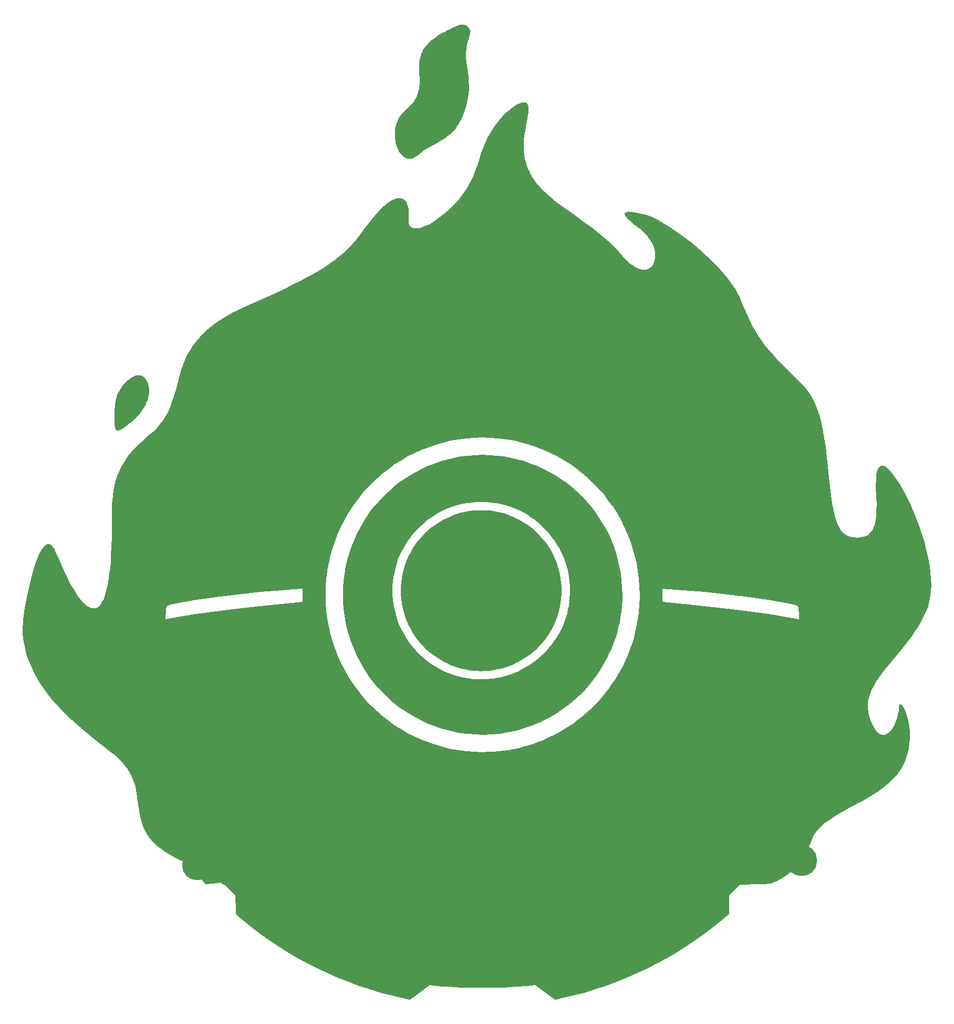
<source format=gbr>
%TF.GenerationSoftware,KiCad,Pcbnew,9.0.3*%
%TF.CreationDate,2026-01-04T11:16:32-06:00*%
%TF.ProjectId,CC14_Outer,43433134-5f4f-4757-9465-722e6b696361,v1*%
%TF.SameCoordinates,Original*%
%TF.FileFunction,Copper,L1,Top*%
%TF.FilePolarity,Positive*%
%FSLAX46Y46*%
G04 Gerber Fmt 4.6, Leading zero omitted, Abs format (unit mm)*
G04 Created by KiCad (PCBNEW 9.0.3) date 2026-01-04 11:16:32*
%MOMM*%
%LPD*%
G01*
G04 APERTURE LIST*
%TA.AperFunction,NonConductor*%
%ADD10C,0.000000*%
%TD*%
%TA.AperFunction,ComponentPad*%
%ADD11C,5.000000*%
%TD*%
%TA.AperFunction,ComponentPad*%
%ADD12O,1.727200X1.727200*%
%TD*%
%TA.AperFunction,ComponentPad*%
%ADD13R,1.727200X1.727200*%
%TD*%
%TA.AperFunction,ComponentPad*%
%ADD14C,1.727200*%
%TD*%
G04 APERTURE END LIST*
D10*
%TA.AperFunction,NonConductor*%
G36*
X96625872Y-102772769D02*
G01*
X97283735Y-102822794D01*
X97932033Y-102905174D01*
X98569952Y-103019096D01*
X99196679Y-103163744D01*
X99811399Y-103338307D01*
X100413299Y-103541968D01*
X101001565Y-103773915D01*
X101575382Y-104033334D01*
X102133937Y-104319409D01*
X102676416Y-104631329D01*
X103202004Y-104968278D01*
X103709889Y-105329443D01*
X104199255Y-105714009D01*
X104669290Y-106121164D01*
X105119178Y-106550092D01*
X105548106Y-106999980D01*
X105955261Y-107470014D01*
X106339828Y-107959380D01*
X106700993Y-108467263D01*
X107037942Y-108992851D01*
X107349862Y-109535329D01*
X107635938Y-110093883D01*
X107895357Y-110667700D01*
X108127304Y-111255965D01*
X108330965Y-111857863D01*
X108505528Y-112472583D01*
X108650176Y-113099308D01*
X108764098Y-113737226D01*
X108846478Y-114385523D01*
X108896503Y-115043384D01*
X108913359Y-115709996D01*
X108896503Y-116376607D01*
X108846478Y-117034468D01*
X108764098Y-117682765D01*
X108650176Y-118320683D01*
X108505528Y-118947409D01*
X108330965Y-119562128D01*
X108127304Y-120164027D01*
X107895357Y-120752291D01*
X107635938Y-121326108D01*
X107349862Y-121884662D01*
X107037942Y-122427140D01*
X106700993Y-122952728D01*
X106339828Y-123460612D01*
X105955261Y-123949977D01*
X105548106Y-124420011D01*
X105119178Y-124869899D01*
X104669290Y-125298827D01*
X104199255Y-125705982D01*
X103709889Y-126090548D01*
X103202004Y-126451713D01*
X102676416Y-126788662D01*
X102133937Y-127100582D01*
X101575382Y-127386658D01*
X101001565Y-127646076D01*
X100413299Y-127878023D01*
X99811399Y-128081685D01*
X99196679Y-128256247D01*
X98569952Y-128400895D01*
X97932033Y-128514817D01*
X97283735Y-128597197D01*
X96625872Y-128647222D01*
X95959259Y-128664078D01*
X95292646Y-128647222D01*
X94634783Y-128597197D01*
X93986485Y-128514817D01*
X93348566Y-128400895D01*
X92721840Y-128256247D01*
X92107119Y-128081685D01*
X91505220Y-127878023D01*
X90916955Y-127646076D01*
X90343138Y-127386658D01*
X89784583Y-127100582D01*
X89242105Y-126788662D01*
X88716516Y-126451713D01*
X88208632Y-126090548D01*
X87719266Y-125705982D01*
X87249232Y-125298827D01*
X86799344Y-124869899D01*
X86370416Y-124420011D01*
X85963262Y-123949977D01*
X85578695Y-123460612D01*
X85217531Y-122952728D01*
X84880582Y-122427140D01*
X84568662Y-121884662D01*
X84282587Y-121326108D01*
X84023169Y-120752291D01*
X83791222Y-120164027D01*
X83587561Y-119562128D01*
X83412999Y-118947409D01*
X83268350Y-118320683D01*
X83154429Y-117682765D01*
X83072049Y-117034468D01*
X83022024Y-116376607D01*
X83005168Y-115709996D01*
X83022024Y-115043384D01*
X83072049Y-114385523D01*
X83154429Y-113737226D01*
X83268350Y-113099308D01*
X83412999Y-112472583D01*
X83587561Y-111857863D01*
X83791222Y-111255965D01*
X84023169Y-110667700D01*
X84282587Y-110093883D01*
X84568662Y-109535329D01*
X84880582Y-108992851D01*
X85217531Y-108467263D01*
X85578695Y-107959380D01*
X85963262Y-107470014D01*
X86370416Y-106999980D01*
X86799344Y-106550092D01*
X87249232Y-106121164D01*
X87719266Y-105714009D01*
X88208632Y-105329443D01*
X88716516Y-104968278D01*
X89242105Y-104631329D01*
X89784583Y-104319409D01*
X90343138Y-104033334D01*
X90916955Y-103773915D01*
X91505220Y-103541968D01*
X92107119Y-103338307D01*
X92721840Y-103163744D01*
X93348566Y-103019096D01*
X93986485Y-102905174D01*
X94634783Y-102822794D01*
X95292646Y-102772769D01*
X95959259Y-102755913D01*
X96625872Y-102772769D01*
G37*
%TD.AperFunction*%
%TA.AperFunction,NonConductor*%
G36*
X40850000Y-81020000D02*
G01*
X40945383Y-81029790D01*
X41039131Y-81046086D01*
X41131110Y-81069022D01*
X41221187Y-81098730D01*
X41265470Y-81116165D01*
X41309226Y-81135342D01*
X41352440Y-81156279D01*
X41395094Y-81178992D01*
X41437172Y-81203497D01*
X41478657Y-81229811D01*
X41519532Y-81257951D01*
X41559780Y-81287933D01*
X41599384Y-81319773D01*
X41638329Y-81353489D01*
X41676596Y-81389096D01*
X41714169Y-81426612D01*
X41751032Y-81466053D01*
X41787168Y-81507435D01*
X41822559Y-81550775D01*
X41857189Y-81596090D01*
X41891042Y-81643396D01*
X41924100Y-81692710D01*
X41987765Y-81797427D01*
X42048052Y-81910373D01*
X42156119Y-82146067D01*
X42246320Y-82384558D01*
X42318966Y-82625596D01*
X42374371Y-82868930D01*
X42412848Y-83114310D01*
X42434709Y-83361484D01*
X42440268Y-83610201D01*
X42429838Y-83860211D01*
X42403732Y-84111263D01*
X42362262Y-84363106D01*
X42305742Y-84615490D01*
X42234485Y-84868163D01*
X42148804Y-85120875D01*
X42049011Y-85373375D01*
X41935420Y-85625412D01*
X41808344Y-85876736D01*
X41668095Y-86127095D01*
X41514987Y-86376238D01*
X41349333Y-86623916D01*
X41171445Y-86869876D01*
X40981638Y-87113869D01*
X40780222Y-87355644D01*
X40343822Y-87831533D01*
X39864749Y-88295539D01*
X39345506Y-88745655D01*
X38788597Y-89179874D01*
X38196527Y-89596190D01*
X37918320Y-89762356D01*
X37793591Y-89821201D01*
X37678043Y-89864246D01*
X37571375Y-89891762D01*
X37473285Y-89904020D01*
X37383473Y-89901291D01*
X37301637Y-89883844D01*
X37227477Y-89851951D01*
X37160690Y-89805881D01*
X37100976Y-89745904D01*
X37048034Y-89672293D01*
X37001562Y-89585315D01*
X36961259Y-89485243D01*
X36897956Y-89246896D01*
X36855715Y-88959415D01*
X36832126Y-88624961D01*
X36824781Y-88245700D01*
X36831268Y-87823794D01*
X36876104Y-86860699D01*
X36947357Y-85752983D01*
X36967574Y-85532770D01*
X36998663Y-85312746D01*
X37040172Y-85093357D01*
X37091652Y-84875051D01*
X37152653Y-84658275D01*
X37222724Y-84443476D01*
X37301414Y-84231100D01*
X37388275Y-84021594D01*
X37482855Y-83815406D01*
X37584704Y-83612983D01*
X37693371Y-83414770D01*
X37808408Y-83221216D01*
X37929362Y-83032766D01*
X38055785Y-82849869D01*
X38187225Y-82672970D01*
X38323233Y-82502517D01*
X38463358Y-82338957D01*
X38607150Y-82182737D01*
X38754159Y-82034303D01*
X38903934Y-81894102D01*
X39056026Y-81762582D01*
X39209983Y-81640190D01*
X39365355Y-81527371D01*
X39521694Y-81424574D01*
X39678547Y-81332244D01*
X39835465Y-81250830D01*
X39991997Y-81180778D01*
X40147694Y-81122534D01*
X40302104Y-81076546D01*
X40454779Y-81043261D01*
X40605266Y-81023125D01*
X40753117Y-81016586D01*
X40850000Y-81020000D01*
G37*
%TD.AperFunction*%
%TA.AperFunction,NonConductor*%
G36*
X102891992Y-37089659D02*
G01*
X102926717Y-37092451D01*
X102960651Y-37096381D01*
X102993784Y-37101454D01*
X103026104Y-37107670D01*
X103057601Y-37115033D01*
X103088262Y-37123544D01*
X103118077Y-37133207D01*
X103147035Y-37144024D01*
X103175124Y-37155996D01*
X103202334Y-37169128D01*
X103228653Y-37183420D01*
X103254070Y-37198876D01*
X103278574Y-37215497D01*
X103302154Y-37233287D01*
X103324798Y-37252248D01*
X103346496Y-37272382D01*
X103367236Y-37293691D01*
X103387008Y-37316178D01*
X103405799Y-37339846D01*
X103423599Y-37364696D01*
X103440397Y-37390731D01*
X103456181Y-37417955D01*
X103470941Y-37446368D01*
X103484665Y-37475974D01*
X103497342Y-37506774D01*
X103508961Y-37538772D01*
X103519511Y-37571970D01*
X103528980Y-37606370D01*
X103537358Y-37641974D01*
X103544633Y-37678786D01*
X103583020Y-38106208D01*
X103563116Y-38588003D01*
X103497453Y-39120682D01*
X103398566Y-39700752D01*
X103151247Y-40989099D01*
X103027881Y-41690393D01*
X102921421Y-42425111D01*
X102844400Y-43189763D01*
X102809351Y-43980856D01*
X102828806Y-44794900D01*
X102915298Y-45628402D01*
X102987600Y-46051358D01*
X103081361Y-46477870D01*
X103198147Y-46907501D01*
X103339526Y-47339814D01*
X103507064Y-47774373D01*
X103702327Y-48210742D01*
X103926882Y-48648483D01*
X104182296Y-49087161D01*
X104465263Y-49519581D01*
X104770639Y-49939547D01*
X105444065Y-50746174D01*
X106193468Y-51515148D01*
X107009745Y-52254573D01*
X107883790Y-52972555D01*
X108806498Y-53677200D01*
X110761488Y-55078897D01*
X112801877Y-56524506D01*
X113831335Y-57284041D01*
X114854828Y-58078870D01*
X115863252Y-58917098D01*
X116847503Y-59806831D01*
X117798475Y-60756173D01*
X118707065Y-61773230D01*
X119143951Y-62265544D01*
X119569529Y-62690682D01*
X119982677Y-63051310D01*
X120382271Y-63350094D01*
X120767188Y-63589700D01*
X121136304Y-63772794D01*
X121488496Y-63902041D01*
X121822641Y-63980108D01*
X122137615Y-64009660D01*
X122432295Y-63993364D01*
X122705559Y-63933884D01*
X122956281Y-63833888D01*
X123183340Y-63696041D01*
X123385612Y-63523008D01*
X123561973Y-63317456D01*
X123711300Y-63082050D01*
X123832470Y-62819457D01*
X123924360Y-62532342D01*
X123985846Y-62223372D01*
X124015805Y-61895211D01*
X124013114Y-61550526D01*
X123976648Y-61191982D01*
X123905286Y-60822247D01*
X123797904Y-60443985D01*
X123653377Y-60059862D01*
X123470584Y-59672544D01*
X123248401Y-59284698D01*
X122985703Y-58898988D01*
X122681369Y-58518082D01*
X122334275Y-58144644D01*
X121943297Y-57781341D01*
X121507312Y-57430838D01*
X120687386Y-56797040D01*
X120053202Y-56263512D01*
X119801145Y-56032011D01*
X119589982Y-55822772D01*
X119417865Y-55634859D01*
X119282949Y-55467336D01*
X119183385Y-55319270D01*
X119117326Y-55189723D01*
X119082926Y-55077762D01*
X119078336Y-54982449D01*
X119101711Y-54902852D01*
X119151202Y-54838032D01*
X119224964Y-54787057D01*
X119321148Y-54748989D01*
X119437907Y-54722894D01*
X119573394Y-54707836D01*
X119893166Y-54707092D01*
X120265685Y-54739273D01*
X120676174Y-54796897D01*
X121551955Y-54958541D01*
X122402292Y-55132163D01*
X122895721Y-55284268D01*
X123562172Y-55574932D01*
X124378105Y-55995050D01*
X125319977Y-56535520D01*
X126364244Y-57187236D01*
X127487364Y-57941096D01*
X128665795Y-58787995D01*
X129875994Y-59718830D01*
X131094418Y-60724497D01*
X132297526Y-61795892D01*
X133461773Y-62923913D01*
X134563619Y-64099453D01*
X135579519Y-65313411D01*
X136047882Y-65931952D01*
X136485931Y-66556683D01*
X136890723Y-67186466D01*
X137259314Y-67820164D01*
X137588762Y-68456638D01*
X137876124Y-69094750D01*
X138387308Y-70301841D01*
X138866113Y-71380356D01*
X139322545Y-72347381D01*
X139766613Y-73220001D01*
X140208320Y-74015301D01*
X140657675Y-74750366D01*
X141124684Y-75442281D01*
X141619353Y-76108133D01*
X142151689Y-76765005D01*
X142731698Y-77429984D01*
X143369387Y-78120154D01*
X144074762Y-78852601D01*
X147773255Y-82546860D01*
X148312571Y-83145889D01*
X148799286Y-83806196D01*
X149236717Y-84522724D01*
X149628178Y-85290415D01*
X149976985Y-86104212D01*
X150286454Y-86959060D01*
X150559900Y-87849900D01*
X150800638Y-88771676D01*
X151197256Y-90687808D01*
X151502831Y-92667000D01*
X151946949Y-96652741D01*
X152345188Y-100405255D01*
X152593413Y-102092912D01*
X152909740Y-103600896D01*
X153101732Y-104274868D01*
X153320695Y-104888751D01*
X153569947Y-105437487D01*
X153852801Y-105916021D01*
X154172575Y-106319294D01*
X154532583Y-106642250D01*
X154936142Y-106879832D01*
X155386565Y-107026983D01*
X156007466Y-107130563D01*
X156566636Y-107168156D01*
X157067197Y-107143422D01*
X157512272Y-107060020D01*
X157904979Y-106921609D01*
X158248441Y-106731849D01*
X158545779Y-106494399D01*
X158800114Y-106212919D01*
X159014567Y-105891067D01*
X159192260Y-105532503D01*
X159336312Y-105140887D01*
X159449847Y-104719877D01*
X159535984Y-104273133D01*
X159597844Y-103804314D01*
X159661222Y-102815090D01*
X159664948Y-101781479D01*
X159633992Y-100732755D01*
X159567911Y-98707067D01*
X159582725Y-97788653D01*
X159662732Y-96972223D01*
X159734987Y-96611402D01*
X159832903Y-96287054D01*
X159959603Y-96002840D01*
X160118207Y-95762420D01*
X160314646Y-95603292D01*
X160550324Y-95556816D01*
X160821580Y-95617441D01*
X161124749Y-95779617D01*
X161456168Y-96037793D01*
X161812172Y-96386420D01*
X162583285Y-97332825D01*
X163408777Y-98574430D01*
X164259341Y-100066835D01*
X165105666Y-101765638D01*
X165918444Y-103626437D01*
X166668365Y-105604831D01*
X167326121Y-107656420D01*
X167862402Y-109736802D01*
X168247899Y-111801575D01*
X168453302Y-113806339D01*
X168479310Y-114772342D01*
X168449303Y-115706692D01*
X168359618Y-116603840D01*
X168206592Y-117458234D01*
X167986561Y-118264324D01*
X167695861Y-119016562D01*
X167356823Y-119728884D01*
X166995878Y-120419588D01*
X166615567Y-121089710D01*
X166218432Y-121740289D01*
X165807014Y-122372363D01*
X165383854Y-122986969D01*
X164512474Y-124167933D01*
X163624622Y-125291484D01*
X162740629Y-126365928D01*
X161065539Y-128400708D01*
X160315103Y-129377654D01*
X159649846Y-130338709D01*
X159355513Y-130815873D01*
X159090098Y-131292178D01*
X158856144Y-131768663D01*
X158656191Y-132246365D01*
X158492780Y-132726323D01*
X158368454Y-133209574D01*
X158285752Y-133697157D01*
X158247217Y-134190110D01*
X158255389Y-134689471D01*
X158312810Y-135196277D01*
X158422021Y-135711567D01*
X158585564Y-136236380D01*
X158778544Y-136736744D01*
X158973972Y-137179499D01*
X159171301Y-137566844D01*
X159369987Y-137900981D01*
X159569484Y-138184110D01*
X159769246Y-138418430D01*
X159968728Y-138606144D01*
X160167383Y-138749450D01*
X160364667Y-138850550D01*
X160560033Y-138911644D01*
X160752936Y-138934932D01*
X160942829Y-138922615D01*
X161129168Y-138876893D01*
X161311407Y-138799967D01*
X161489000Y-138694037D01*
X161661401Y-138561304D01*
X161828065Y-138403968D01*
X161988446Y-138224229D01*
X162141998Y-138024288D01*
X162288175Y-137806345D01*
X162556225Y-137325257D01*
X162788228Y-136798568D01*
X162979821Y-136243881D01*
X163126637Y-135678800D01*
X163224311Y-135120928D01*
X163268477Y-134587870D01*
X163286845Y-134360316D01*
X163324640Y-134190940D01*
X163379835Y-134077429D01*
X163450405Y-134017472D01*
X163534321Y-134008759D01*
X163629556Y-134048977D01*
X163734085Y-134135816D01*
X163845881Y-134266964D01*
X164083162Y-134652946D01*
X164325186Y-135188431D01*
X164555739Y-135854931D01*
X164758604Y-136633956D01*
X164917568Y-137507016D01*
X165016416Y-138455623D01*
X165038933Y-139461287D01*
X164968905Y-140505518D01*
X164894119Y-141036319D01*
X164790116Y-141569827D01*
X164654869Y-142103733D01*
X164486352Y-142635725D01*
X164282537Y-143163491D01*
X164041398Y-143684721D01*
X163760908Y-144197104D01*
X163439039Y-144698327D01*
X163079802Y-145182362D01*
X162690165Y-145645594D01*
X162272594Y-146089278D01*
X161829554Y-146514669D01*
X161363514Y-146923024D01*
X160876938Y-147315598D01*
X159852048Y-148058427D01*
X158774613Y-148753201D01*
X157664364Y-149409966D01*
X155424350Y-150649653D01*
X154334045Y-151252666D01*
X153289850Y-151857854D01*
X152311494Y-152475262D01*
X151418709Y-153114935D01*
X151010571Y-153446260D01*
X150631225Y-153786920D01*
X150283137Y-154138168D01*
X149968774Y-154501262D01*
X149690601Y-154877456D01*
X149451085Y-155268007D01*
X149252692Y-155674169D01*
X149097889Y-156097200D01*
X148957700Y-156523224D01*
X148802020Y-156937418D01*
X148631625Y-157339609D01*
X148447293Y-157729625D01*
X148249799Y-158107295D01*
X148039922Y-158472446D01*
X147818437Y-158824907D01*
X147586122Y-159164505D01*
X147343753Y-159491068D01*
X147092107Y-159804424D01*
X146831960Y-160104401D01*
X146564090Y-160390827D01*
X146289274Y-160663530D01*
X146008287Y-160922338D01*
X145721907Y-161167079D01*
X145430910Y-161397580D01*
X144838175Y-161815177D01*
X144236296Y-162173752D01*
X143631485Y-162471928D01*
X143329923Y-162597937D01*
X143029959Y-162708330D01*
X142732369Y-162802935D01*
X142437930Y-162881581D01*
X142147419Y-162944094D01*
X141861613Y-162990303D01*
X141581289Y-163020036D01*
X141307223Y-163033121D01*
X141040191Y-163029386D01*
X140780972Y-163008659D01*
X141574335Y-162097026D01*
X141587341Y-162081893D01*
X141599925Y-162066926D01*
X141624154Y-162037359D01*
X141671197Y-161978772D01*
X141671088Y-161978759D01*
X141670978Y-161978751D01*
X141670867Y-161978749D01*
X141670755Y-161978750D01*
X141670529Y-161978762D01*
X141670302Y-161978779D01*
X141670076Y-161978795D01*
X141669963Y-161978801D01*
X141669850Y-161978804D01*
X141669738Y-161978804D01*
X141669627Y-161978799D01*
X141669517Y-161978789D01*
X141669408Y-161978772D01*
X140780972Y-163008659D01*
X139814946Y-163024748D01*
X138810513Y-163053335D01*
X137639003Y-163103153D01*
X136780471Y-163941757D01*
X136347832Y-164357860D01*
X135929269Y-164752277D01*
X135918396Y-165722254D01*
X135897771Y-166801346D01*
X135872819Y-167831829D01*
X135085984Y-168497410D01*
X133658090Y-169668131D01*
X132195252Y-170793346D01*
X130698907Y-171872348D01*
X129170490Y-172904430D01*
X127611440Y-173888887D01*
X126023192Y-174825010D01*
X124407184Y-175712094D01*
X122764852Y-176549433D01*
X121097634Y-177336318D01*
X119406965Y-178072043D01*
X117694283Y-178755903D01*
X115961024Y-179387190D01*
X114208626Y-179965197D01*
X112438524Y-180489218D01*
X110652157Y-180958547D01*
X108850960Y-181372476D01*
X107849588Y-181585820D01*
X107021165Y-180983814D01*
X104657731Y-179264569D01*
X103317929Y-179395334D01*
X101557389Y-179532954D01*
X100562792Y-179593174D01*
X99515150Y-179641715D01*
X98431844Y-179674113D01*
X97330254Y-179685905D01*
X97026116Y-179684948D01*
X96725988Y-179682066D01*
X96430856Y-179677244D01*
X96141701Y-179670463D01*
X95852497Y-179676999D01*
X95557487Y-179681849D01*
X95257591Y-179684867D01*
X94953728Y-179685905D01*
X93852092Y-179674113D01*
X92768765Y-179641715D01*
X91721122Y-179593174D01*
X90726537Y-179532954D01*
X89802386Y-179465519D01*
X88966042Y-179395334D01*
X87626277Y-179264569D01*
X85262237Y-180983814D01*
X84434411Y-181585820D01*
X83433049Y-181372476D01*
X81631852Y-180958547D01*
X79845488Y-180489218D01*
X78075392Y-179965197D01*
X76323002Y-179387190D01*
X74589753Y-178755903D01*
X72877080Y-178072043D01*
X71186420Y-177336318D01*
X69519210Y-176549433D01*
X67876884Y-175712094D01*
X66260879Y-174825010D01*
X64672631Y-173888887D01*
X63113576Y-172904430D01*
X61585150Y-171872348D01*
X60999934Y-171450358D01*
X89666866Y-171450358D01*
X89696532Y-171454295D01*
X89736677Y-171458927D01*
X89696558Y-171454149D01*
X89666866Y-171450358D01*
X60999934Y-171450358D01*
X60507323Y-171095144D01*
X87235468Y-171095144D01*
X87259718Y-171099749D01*
X87832864Y-171195886D01*
X88437995Y-171287276D01*
X88499754Y-171295472D01*
X88438065Y-171286953D01*
X87832937Y-171195620D01*
X87259778Y-171099602D01*
X87235468Y-171095144D01*
X60507323Y-171095144D01*
X60372881Y-170998200D01*
X86725749Y-170998200D01*
X86730475Y-170999243D01*
X86737085Y-171000498D01*
X86730510Y-170999208D01*
X86725749Y-170998200D01*
X60372881Y-170998200D01*
X60088789Y-170793346D01*
X58625929Y-169668131D01*
X57198007Y-168497410D01*
X56411181Y-167831829D01*
X56385623Y-166801346D01*
X56373911Y-166257249D01*
X56365174Y-165722254D01*
X56354721Y-164752277D01*
X55999860Y-164417804D01*
X55634785Y-164066416D01*
X54893988Y-163343836D01*
X54927864Y-163364630D01*
X54921912Y-163360638D01*
X54919095Y-163358712D01*
X54917788Y-163357792D01*
X54916572Y-163356909D01*
X54916392Y-163356796D01*
X54916216Y-163356677D01*
X54916047Y-163356551D01*
X54915882Y-163356419D01*
X54915565Y-163356139D01*
X54915263Y-163355840D01*
X54914973Y-163355526D01*
X54914693Y-163355200D01*
X54914152Y-163354531D01*
X54913615Y-163353862D01*
X54913342Y-163353536D01*
X54913062Y-163353222D01*
X54912772Y-163352923D01*
X54912470Y-163352643D01*
X54912313Y-163352511D01*
X54912152Y-163352385D01*
X54911987Y-163352266D01*
X54911817Y-163352153D01*
X54911601Y-163352057D01*
X54911385Y-163351971D01*
X54911169Y-163351894D01*
X54910953Y-163351824D01*
X54910517Y-163351699D01*
X54910077Y-163351583D01*
X54909632Y-163351464D01*
X54909179Y-163351329D01*
X54908949Y-163351252D01*
X54908717Y-163351165D01*
X54908483Y-163351069D01*
X54908246Y-163350960D01*
X54907993Y-163350739D01*
X54907749Y-163350512D01*
X54907514Y-163350279D01*
X54907286Y-163350043D01*
X54906846Y-163349565D01*
X54906422Y-163349087D01*
X54906003Y-163348621D01*
X54905792Y-163348395D01*
X54905579Y-163348177D01*
X54905363Y-163347966D01*
X54905143Y-163347766D01*
X54904917Y-163347576D01*
X54904684Y-163347398D01*
X54903524Y-163346781D01*
X54901938Y-163345866D01*
X54898068Y-163343537D01*
X54894238Y-163341209D01*
X54892701Y-163340294D01*
X54891611Y-163339677D01*
X54891394Y-163339575D01*
X54891177Y-163339480D01*
X54890959Y-163339393D01*
X54890740Y-163339313D01*
X54890518Y-163339241D01*
X54890293Y-163339178D01*
X54890179Y-163339151D01*
X54890064Y-163339125D01*
X54889947Y-163339101D01*
X54889830Y-163339080D01*
X54893988Y-163343836D01*
X54876023Y-163332535D01*
X54882696Y-163332535D01*
X54885671Y-163334922D01*
X54885684Y-163334819D01*
X54885687Y-163334707D01*
X54885675Y-163334587D01*
X54885645Y-163334460D01*
X54885594Y-163334326D01*
X54885519Y-163334185D01*
X54885416Y-163334038D01*
X54885283Y-163333886D01*
X54885114Y-163333729D01*
X54884908Y-163333568D01*
X54884662Y-163333402D01*
X54884370Y-163333234D01*
X54884032Y-163333062D01*
X54883642Y-163332888D01*
X54883198Y-163332712D01*
X54882696Y-163332535D01*
X54876023Y-163332535D01*
X54597738Y-163157487D01*
X54299703Y-162971809D01*
X54277484Y-162966910D01*
X54266452Y-162964093D01*
X54260900Y-162962475D01*
X54255303Y-162960673D01*
X54249645Y-162958652D01*
X54243910Y-162956380D01*
X54238082Y-162953822D01*
X54232146Y-162950945D01*
X54226085Y-162947715D01*
X54219885Y-162944099D01*
X54213528Y-162940063D01*
X54207000Y-162935573D01*
X54204994Y-162934051D01*
X54203067Y-162932431D01*
X54201208Y-162930724D01*
X54199406Y-162928946D01*
X54197652Y-162927110D01*
X54195934Y-162925230D01*
X54192567Y-162921392D01*
X54189221Y-162917545D01*
X54187529Y-162915651D01*
X54185812Y-162913796D01*
X54184059Y-162911994D01*
X54182259Y-162910258D01*
X54180401Y-162908603D01*
X54178476Y-162907041D01*
X54175292Y-162904670D01*
X54171981Y-162902502D01*
X54168558Y-162900509D01*
X54165040Y-162898666D01*
X54161444Y-162896946D01*
X54157786Y-162895322D01*
X54150349Y-162892255D01*
X54142863Y-162889253D01*
X54135458Y-162886103D01*
X54131827Y-162884406D01*
X54128266Y-162882592D01*
X54124792Y-162880635D01*
X54121420Y-162878508D01*
X54113774Y-162873258D01*
X54106279Y-162867772D01*
X54098933Y-162862069D01*
X54091735Y-162856168D01*
X54084681Y-162850089D01*
X54077771Y-162843850D01*
X54071002Y-162837472D01*
X54064373Y-162830972D01*
X54063886Y-162830459D01*
X54063358Y-162829857D01*
X54062197Y-162828423D01*
X54060927Y-162826757D01*
X54059586Y-162824942D01*
X54056844Y-162821207D01*
X54055518Y-162819457D01*
X54054274Y-162817899D01*
X53957402Y-162757289D01*
X53950401Y-162756195D01*
X53946917Y-162755585D01*
X53943456Y-162754914D01*
X53940031Y-162754168D01*
X53936650Y-162753334D01*
X53933324Y-162752396D01*
X53930063Y-162751341D01*
X53928893Y-162750894D01*
X53927741Y-162750417D01*
X53926604Y-162749915D01*
X53925481Y-162749392D01*
X53923265Y-162748299D01*
X53921077Y-162747173D01*
X53918897Y-162746047D01*
X53916708Y-162744955D01*
X53914493Y-162743930D01*
X53913371Y-162743453D01*
X53912235Y-162743006D01*
X53902733Y-162740637D01*
X53902627Y-162740632D01*
X53902527Y-162740617D01*
X53902430Y-162740593D01*
X53902338Y-162740559D01*
X53902250Y-162740518D01*
X53902165Y-162740469D01*
X53902083Y-162740413D01*
X53902005Y-162740350D01*
X53901929Y-162740282D01*
X53901856Y-162740208D01*
X53901716Y-162740045D01*
X53901583Y-162739866D01*
X53901455Y-162739676D01*
X53901205Y-162739280D01*
X53901079Y-162739082D01*
X53900950Y-162738890D01*
X53900815Y-162738708D01*
X53900672Y-162738541D01*
X53900597Y-162738464D01*
X53900519Y-162738393D01*
X53900439Y-162738327D01*
X53900355Y-162738268D01*
X53899280Y-162737777D01*
X53898193Y-162737314D01*
X53897096Y-162736871D01*
X53895987Y-162736441D01*
X53893736Y-162735590D01*
X53891441Y-162734706D01*
X52703477Y-162870787D01*
X51502439Y-163008659D01*
X50709077Y-162097026D01*
X50403997Y-161740480D01*
X50103889Y-161380434D01*
X49511005Y-160655314D01*
X49487237Y-160645224D01*
X49394980Y-160537122D01*
X49305468Y-160428732D01*
X49131820Y-160211419D01*
X48960569Y-159993945D01*
X48874054Y-159885353D01*
X48785991Y-159776969D01*
X48787175Y-159776969D01*
X48788866Y-159777814D01*
X48790567Y-159778640D01*
X48793990Y-159780261D01*
X48797423Y-159781872D01*
X48800845Y-159783514D01*
X48799880Y-159782507D01*
X48798936Y-159781494D01*
X48797983Y-159780505D01*
X48797492Y-159780029D01*
X48796987Y-159779570D01*
X48796462Y-159779132D01*
X48795916Y-159778719D01*
X48795342Y-159778334D01*
X48794737Y-159777982D01*
X48794422Y-159777819D01*
X48794098Y-159777665D01*
X48793764Y-159777521D01*
X48793420Y-159777388D01*
X48793065Y-159777266D01*
X48792699Y-159777155D01*
X48792321Y-159777056D01*
X48791931Y-159776969D01*
X48791822Y-159776936D01*
X48791713Y-159776896D01*
X48791603Y-159776852D01*
X48791493Y-159776804D01*
X48791050Y-159776598D01*
X48790938Y-159776549D01*
X48790827Y-159776504D01*
X48790714Y-159776463D01*
X48790602Y-159776428D01*
X48790489Y-159776401D01*
X48790376Y-159776381D01*
X48790320Y-159776375D01*
X48790263Y-159776371D01*
X48790206Y-159776370D01*
X48790150Y-159776372D01*
X48789961Y-159776389D01*
X48789773Y-159776414D01*
X48789586Y-159776446D01*
X48789400Y-159776483D01*
X48789029Y-159776568D01*
X48788659Y-159776664D01*
X48788290Y-159776760D01*
X48787920Y-159776848D01*
X48787735Y-159776887D01*
X48787549Y-159776921D01*
X48787362Y-159776948D01*
X48787175Y-159776969D01*
X48785991Y-159776969D01*
X48785918Y-159776964D01*
X48785844Y-159776964D01*
X48785769Y-159776968D01*
X48785693Y-159776974D01*
X48785388Y-159777008D01*
X48785311Y-159777016D01*
X48785235Y-159777021D01*
X48785160Y-159777024D01*
X48785085Y-159777023D01*
X48785011Y-159777018D01*
X48784939Y-159777007D01*
X48784867Y-159776991D01*
X48784832Y-159776981D01*
X48784798Y-159776969D01*
X48784750Y-159776930D01*
X48784706Y-159776889D01*
X48784666Y-159776846D01*
X48784630Y-159776800D01*
X48784596Y-159776754D01*
X48784566Y-159776705D01*
X48784538Y-159776654D01*
X48784513Y-159776603D01*
X48784470Y-159776495D01*
X48784435Y-159776382D01*
X48784407Y-159776266D01*
X48784384Y-159776146D01*
X48784313Y-159775653D01*
X48784292Y-159775531D01*
X48784268Y-159775410D01*
X48784238Y-159775293D01*
X48784201Y-159775179D01*
X47747553Y-159240589D01*
X47224185Y-158977475D01*
X46695316Y-158719146D01*
X45827854Y-158274099D01*
X45053885Y-157818750D01*
X44367561Y-157353570D01*
X43763032Y-156879032D01*
X43234451Y-156395609D01*
X42775969Y-155903772D01*
X42381736Y-155403993D01*
X42045905Y-154896745D01*
X41762625Y-154382501D01*
X41526050Y-153861731D01*
X41330329Y-153334908D01*
X41169615Y-152802506D01*
X40929810Y-151722847D01*
X40759845Y-150626532D01*
X40442276Y-148399044D01*
X40201093Y-147275426D01*
X40039431Y-146712801D01*
X39842590Y-146150261D01*
X39769345Y-145977214D01*
X40795310Y-145977214D01*
X40962294Y-146393557D01*
X41125008Y-146811502D01*
X41290907Y-147228151D01*
X41377381Y-147435083D01*
X41467445Y-147640605D01*
X41378952Y-147436735D01*
X41293641Y-147230756D01*
X41129266Y-146814626D01*
X40967730Y-146396528D01*
X40802444Y-145980777D01*
X40798874Y-145979002D01*
X40797085Y-145978114D01*
X40795310Y-145977214D01*
X39769345Y-145977214D01*
X39604723Y-145588279D01*
X39319979Y-145027328D01*
X38982511Y-144467878D01*
X38586470Y-143910403D01*
X38126006Y-143355374D01*
X37595272Y-142803264D01*
X36988418Y-142254545D01*
X36299596Y-141709689D01*
X33384264Y-139474816D01*
X31957169Y-138306406D01*
X30569830Y-137101244D01*
X29236780Y-135857253D01*
X27972553Y-134572355D01*
X26791680Y-133244474D01*
X25708694Y-131871533D01*
X24738127Y-130451454D01*
X24299542Y-129723088D01*
X24170249Y-129486570D01*
X72582705Y-129486570D01*
X72582796Y-129486796D01*
X72582881Y-129487021D01*
X72583032Y-129487469D01*
X72583167Y-129487915D01*
X72583294Y-129488359D01*
X72583421Y-129488804D01*
X72583557Y-129489249D01*
X72583631Y-129489473D01*
X72583711Y-129489697D01*
X72583796Y-129489923D01*
X72583889Y-129490149D01*
X72877729Y-129486570D01*
X72582705Y-129486570D01*
X24170249Y-129486570D01*
X23894513Y-128982159D01*
X23524854Y-128228408D01*
X23192383Y-127461573D01*
X22898916Y-126681397D01*
X22646270Y-125887618D01*
X22436262Y-125079978D01*
X22270708Y-124258216D01*
X22151424Y-123422074D01*
X22080227Y-122571291D01*
X22058934Y-121705608D01*
X22089362Y-120824765D01*
X22138894Y-120296045D01*
X45091947Y-120296045D01*
X49402772Y-119583713D01*
X54512087Y-118864941D01*
X57368440Y-118514777D01*
X60427132Y-118176966D01*
X63689067Y-117856163D01*
X67155151Y-117557022D01*
X67140679Y-116382718D01*
X70852160Y-116382718D01*
X70885116Y-117686054D01*
X70982925Y-118972278D01*
X71143995Y-120239800D01*
X71366734Y-121487029D01*
X71649550Y-122712372D01*
X71990854Y-123914239D01*
X72389051Y-125091039D01*
X72842553Y-126241180D01*
X73349766Y-127363072D01*
X73909099Y-128455122D01*
X74518962Y-129515739D01*
X75177762Y-130543333D01*
X75883908Y-131536312D01*
X76635808Y-132493085D01*
X77431871Y-133412060D01*
X78270506Y-134291646D01*
X79150121Y-135130253D01*
X80069125Y-135926288D01*
X81025925Y-136678160D01*
X82018931Y-137384279D01*
X83046552Y-138043053D01*
X84107195Y-138652890D01*
X85199269Y-139212200D01*
X86321183Y-139719391D01*
X87471345Y-140172872D01*
X88648164Y-140571051D01*
X89850048Y-140912338D01*
X91075405Y-141195141D01*
X92322646Y-141417869D01*
X93590176Y-141578930D01*
X94876407Y-141676734D01*
X96179745Y-141709689D01*
X97038020Y-141695419D01*
X97889139Y-141652909D01*
X98732649Y-141582611D01*
X99568099Y-141484977D01*
X100395039Y-141360458D01*
X101213016Y-141209507D01*
X102021581Y-141032574D01*
X102820281Y-140830112D01*
X103608665Y-140602573D01*
X104386283Y-140350407D01*
X105152683Y-140074066D01*
X105907413Y-139774004D01*
X106650023Y-139450669D01*
X107271291Y-139156091D01*
X152910791Y-139156091D01*
X153035370Y-138195153D01*
X153143103Y-137212571D01*
X153234741Y-136208086D01*
X153311032Y-135181439D01*
X153372727Y-134132372D01*
X153420577Y-133060625D01*
X153455330Y-131965938D01*
X153477737Y-130848053D01*
X153477140Y-130848053D01*
X153454417Y-131966653D01*
X153419316Y-133062041D01*
X153371158Y-134134380D01*
X153309266Y-135183835D01*
X153232962Y-136210569D01*
X153141567Y-137214747D01*
X153034402Y-138196533D01*
X152910791Y-139156091D01*
X107271291Y-139156091D01*
X107380062Y-139104516D01*
X108097078Y-138735995D01*
X108800620Y-138345558D01*
X109490237Y-137933657D01*
X110165477Y-137500743D01*
X110825890Y-137047268D01*
X111471024Y-136573684D01*
X112100428Y-136080443D01*
X112713651Y-135567995D01*
X113310242Y-135036793D01*
X113889749Y-134487289D01*
X114451722Y-133919935D01*
X114995708Y-133335181D01*
X115521257Y-132733479D01*
X116027918Y-132115282D01*
X116515240Y-131481041D01*
X116982771Y-130831207D01*
X117430059Y-130166233D01*
X117856655Y-129486570D01*
X117965415Y-129486570D01*
X117965415Y-129466951D01*
X117868535Y-129466372D01*
X118289836Y-128742726D01*
X118687678Y-128004163D01*
X119061548Y-127251191D01*
X119410933Y-126484319D01*
X119735318Y-125704055D01*
X120034191Y-124910908D01*
X120307037Y-124105386D01*
X120553343Y-123287998D01*
X120772595Y-122459252D01*
X120964280Y-121619656D01*
X121127884Y-120769719D01*
X121262894Y-119909950D01*
X121368795Y-119040857D01*
X121445075Y-118162949D01*
X121476625Y-117557022D01*
X125128857Y-117557022D01*
X128594914Y-117856163D01*
X131856780Y-118176966D01*
X134915374Y-118514777D01*
X137771614Y-118864941D01*
X140426423Y-119222805D01*
X142880718Y-119583713D01*
X145135419Y-119943011D01*
X147191447Y-120296045D01*
X147190128Y-119996520D01*
X147184125Y-119694080D01*
X147172476Y-119395650D01*
X147154221Y-119108153D01*
X147128400Y-118838513D01*
X147112352Y-118712553D01*
X147094052Y-118593653D01*
X147073379Y-118482679D01*
X147050216Y-118380496D01*
X147024439Y-118287971D01*
X146995931Y-118205967D01*
X146812652Y-118105484D01*
X146345530Y-117972627D01*
X144667989Y-117629232D01*
X142179764Y-117214672D01*
X139097314Y-116767833D01*
X135637096Y-116327604D01*
X132015567Y-115932871D01*
X128449185Y-115622522D01*
X125154407Y-115435446D01*
X125128857Y-117557022D01*
X121476625Y-117557022D01*
X121491220Y-117276733D01*
X121506715Y-116382718D01*
X121473760Y-115079364D01*
X121375957Y-113793120D01*
X121214895Y-112525577D01*
X120992167Y-111278326D01*
X120709364Y-110052960D01*
X120368077Y-108851069D01*
X119969898Y-107674245D01*
X119516417Y-106524079D01*
X119009226Y-105402162D01*
X118449916Y-104310087D01*
X117840079Y-103249444D01*
X117181305Y-102221824D01*
X116475187Y-101228820D01*
X115723314Y-100272022D01*
X114927279Y-99353022D01*
X114088673Y-98473411D01*
X113209086Y-97634780D01*
X112290111Y-96838722D01*
X111333338Y-96086827D01*
X110340360Y-95380687D01*
X109312766Y-94721893D01*
X108252148Y-94112036D01*
X107160098Y-93552708D01*
X106038207Y-93045500D01*
X104888066Y-92592004D01*
X103711266Y-92193811D01*
X102509398Y-91852513D01*
X101284055Y-91569700D01*
X100036826Y-91346964D01*
X98769304Y-91185897D01*
X97483080Y-91088089D01*
X96179745Y-91055133D01*
X94876407Y-91088089D01*
X93590176Y-91185897D01*
X92322646Y-91346964D01*
X91075405Y-91569700D01*
X89850048Y-91852513D01*
X88648164Y-92193811D01*
X87471345Y-92592004D01*
X86321183Y-93045500D01*
X85199269Y-93552708D01*
X84107195Y-94112036D01*
X83046552Y-94721893D01*
X82018931Y-95380687D01*
X81025925Y-96086827D01*
X80069125Y-96838722D01*
X79150121Y-97634780D01*
X78270506Y-98473411D01*
X77431871Y-99353022D01*
X76635808Y-100272022D01*
X75883908Y-101228820D01*
X75177762Y-102221824D01*
X74518962Y-103249444D01*
X73909099Y-104310087D01*
X73349766Y-105402162D01*
X72842553Y-106524079D01*
X72389051Y-107674245D01*
X71990854Y-108851069D01*
X71649550Y-110052960D01*
X71366734Y-111278326D01*
X71143995Y-112525577D01*
X70982925Y-113793120D01*
X70885116Y-115079364D01*
X70852160Y-116382718D01*
X67140679Y-116382718D01*
X67129005Y-115435446D01*
X65529095Y-115511144D01*
X63834226Y-115622522D01*
X60267842Y-115932871D01*
X56646310Y-116327604D01*
X53186088Y-116767833D01*
X50103635Y-117214672D01*
X47615408Y-117629232D01*
X45937865Y-117972627D01*
X45470742Y-118105484D01*
X45341931Y-118160076D01*
X45287463Y-118205967D01*
X45258956Y-118287971D01*
X45233182Y-118380496D01*
X45210019Y-118482679D01*
X45189347Y-118593653D01*
X45155000Y-118838513D01*
X45129179Y-119108153D01*
X45110924Y-119395650D01*
X45099274Y-119694080D01*
X45093269Y-119996520D01*
X45091947Y-120296045D01*
X22138894Y-120296045D01*
X22173326Y-119928503D01*
X22312644Y-119016562D01*
X22480474Y-118115961D01*
X22648678Y-117253911D01*
X22817176Y-116430489D01*
X22985887Y-115645773D01*
X23154731Y-114899842D01*
X23323630Y-114192774D01*
X23492502Y-113524647D01*
X23661269Y-112895540D01*
X23829850Y-112305529D01*
X23998165Y-111754694D01*
X24166134Y-111243113D01*
X24333678Y-110770864D01*
X24500717Y-110338025D01*
X24667170Y-109944675D01*
X24832958Y-109590890D01*
X24998001Y-109276751D01*
X25162219Y-109002334D01*
X25325533Y-108767719D01*
X25487861Y-108572982D01*
X25649125Y-108418204D01*
X25729333Y-108355823D01*
X25809245Y-108303460D01*
X25888850Y-108261127D01*
X25968140Y-108228831D01*
X26047103Y-108206583D01*
X26125731Y-108194393D01*
X26204012Y-108192271D01*
X26281938Y-108200226D01*
X26359497Y-108218268D01*
X26436680Y-108246407D01*
X26513478Y-108284652D01*
X26589879Y-108333014D01*
X26665875Y-108391502D01*
X26741454Y-108460126D01*
X26891325Y-108627821D01*
X27039413Y-108836177D01*
X27185637Y-109085273D01*
X27329918Y-109375186D01*
X27472175Y-109705994D01*
X27779194Y-110455295D01*
X28099482Y-111207043D01*
X28431549Y-111955086D01*
X28773903Y-112693274D01*
X29125051Y-113415458D01*
X29483504Y-114115486D01*
X29847768Y-114787208D01*
X30216354Y-115424474D01*
X30587768Y-116021133D01*
X30960520Y-116571034D01*
X31333118Y-117068027D01*
X31704071Y-117505963D01*
X31888464Y-117700861D01*
X32071887Y-117878689D01*
X32254152Y-118038676D01*
X32435074Y-118180056D01*
X32614466Y-118302057D01*
X32792141Y-118403913D01*
X32967914Y-118484853D01*
X33141597Y-118544110D01*
X33855320Y-118544110D01*
X34069091Y-118446475D01*
X34276860Y-118300381D01*
X34478170Y-118103922D01*
X34672565Y-117855196D01*
X34859587Y-117552298D01*
X35038780Y-117193324D01*
X35209686Y-116776372D01*
X35371849Y-116299536D01*
X35524813Y-115760913D01*
X35668121Y-115158600D01*
X35801314Y-114490693D01*
X35923938Y-113755287D01*
X36035535Y-112950479D01*
X36135648Y-112074365D01*
X36223821Y-111125041D01*
X36299596Y-110100605D01*
X36376845Y-108536725D01*
X36410665Y-107054522D01*
X36420395Y-104304827D01*
X36432495Y-103022176D01*
X36473542Y-101790881D01*
X36561633Y-100603363D01*
X36714860Y-99452043D01*
X36821554Y-98887588D01*
X36951319Y-98329340D01*
X37106414Y-97776351D01*
X37289102Y-97227675D01*
X37501646Y-96682362D01*
X37746306Y-96139466D01*
X38025345Y-95598040D01*
X38341024Y-95057136D01*
X38695605Y-94515806D01*
X39091350Y-93973103D01*
X39530520Y-93428080D01*
X40015378Y-92879788D01*
X40548185Y-92327281D01*
X41131203Y-91769610D01*
X41766694Y-91205830D01*
X42456920Y-90634991D01*
X43133066Y-90054672D01*
X43729354Y-89463485D01*
X44252643Y-88862041D01*
X44709794Y-88250946D01*
X45107669Y-87630809D01*
X45453126Y-87002237D01*
X45753029Y-86365839D01*
X46014236Y-85722222D01*
X46448009Y-84415767D01*
X46809330Y-83087734D01*
X47153086Y-81742989D01*
X47534161Y-80386395D01*
X48007442Y-79022818D01*
X48295811Y-78339930D01*
X48627814Y-77657120D01*
X49010310Y-76974996D01*
X49450162Y-76294167D01*
X49954229Y-75615240D01*
X50529373Y-74938822D01*
X51182453Y-74265524D01*
X51920332Y-73595951D01*
X52749868Y-72930712D01*
X53677924Y-72270416D01*
X54711359Y-71615671D01*
X55857035Y-70967083D01*
X57121812Y-70325263D01*
X58512551Y-69690816D01*
X61253007Y-68480834D01*
X63668172Y-67366130D01*
X65784789Y-66336228D01*
X66739498Y-65849804D01*
X67629598Y-65380653D01*
X68458431Y-64927465D01*
X69229341Y-64488930D01*
X69945670Y-64063739D01*
X70610761Y-63650583D01*
X71227955Y-63248152D01*
X71800597Y-62855136D01*
X72332028Y-62470227D01*
X72825592Y-62092115D01*
X73284631Y-61719491D01*
X73712488Y-61351044D01*
X74112505Y-60985466D01*
X74488026Y-60621446D01*
X75178947Y-59892848D01*
X75811993Y-59154773D01*
X76413906Y-58396745D01*
X77011427Y-57608290D01*
X78300259Y-55898195D01*
X78648150Y-55459143D01*
X78989196Y-55051691D01*
X79323037Y-54675512D01*
X79649317Y-54330277D01*
X79967675Y-54015660D01*
X80277754Y-53731333D01*
X80579196Y-53476969D01*
X80871642Y-53252240D01*
X81154733Y-53056820D01*
X81428112Y-52890380D01*
X81691420Y-52752593D01*
X81944298Y-52643133D01*
X82186387Y-52561670D01*
X82417331Y-52507879D01*
X82636769Y-52481432D01*
X82844345Y-52482001D01*
X83039699Y-52509260D01*
X83222472Y-52562879D01*
X83392308Y-52642533D01*
X83548846Y-52747894D01*
X83691729Y-52878635D01*
X83820599Y-53034427D01*
X83935096Y-53214945D01*
X84034863Y-53419859D01*
X84119541Y-53648844D01*
X84188771Y-53901571D01*
X84242196Y-54177713D01*
X84279457Y-54476943D01*
X84300195Y-54798934D01*
X84304052Y-55143358D01*
X84290670Y-55509887D01*
X84259690Y-55898195D01*
X84248752Y-56268344D01*
X84293592Y-56581608D01*
X84390956Y-56839466D01*
X84537588Y-57043400D01*
X84730231Y-57194892D01*
X84965630Y-57295422D01*
X85240529Y-57346470D01*
X85551672Y-57349520D01*
X85895804Y-57306050D01*
X86269669Y-57217543D01*
X86670010Y-57085479D01*
X87093573Y-56911339D01*
X87537101Y-56696605D01*
X87997339Y-56442758D01*
X88954921Y-55823646D01*
X89940271Y-55065853D01*
X90927345Y-54181226D01*
X91890095Y-53181615D01*
X92354209Y-52642393D01*
X92802475Y-52078868D01*
X93231637Y-51492520D01*
X93638439Y-50884832D01*
X94019626Y-50257283D01*
X94371941Y-49611356D01*
X94692129Y-48948531D01*
X94976935Y-48270288D01*
X95223101Y-47578111D01*
X95427373Y-46873478D01*
X95582734Y-46303734D01*
X95752067Y-45749012D01*
X95934463Y-45209513D01*
X96129014Y-44685436D01*
X96334810Y-44176982D01*
X96550943Y-43684353D01*
X96776502Y-43207748D01*
X97010580Y-42747369D01*
X97252266Y-42303416D01*
X97500653Y-41876089D01*
X97754830Y-41465589D01*
X98013889Y-41072118D01*
X98276920Y-40695874D01*
X98543015Y-40337060D01*
X98811264Y-39995875D01*
X99080759Y-39672521D01*
X99350590Y-39367198D01*
X99619848Y-39080106D01*
X99887624Y-38811446D01*
X100153008Y-38561420D01*
X100415093Y-38330226D01*
X100672969Y-38118067D01*
X100925726Y-37925142D01*
X101172456Y-37751653D01*
X101412249Y-37597800D01*
X101644197Y-37463783D01*
X101867389Y-37349803D01*
X102080919Y-37256061D01*
X102283875Y-37182758D01*
X102475349Y-37130093D01*
X102654432Y-37098269D01*
X102820215Y-37087484D01*
X102891992Y-37089659D01*
G37*
%TD.AperFunction*%
%TA.AperFunction,NonConductor*%
G36*
X97338987Y-93884710D02*
G01*
X98483013Y-93971703D01*
X99610406Y-94114961D01*
X100719751Y-94313069D01*
X101809633Y-94564612D01*
X102878636Y-94868174D01*
X103925345Y-95222340D01*
X104948344Y-95625694D01*
X105946218Y-96076821D01*
X106917550Y-96574305D01*
X107860927Y-97116733D01*
X108774931Y-97702686D01*
X109658148Y-98330752D01*
X110509163Y-98999513D01*
X111326559Y-99707556D01*
X112108921Y-100453463D01*
X112854834Y-101235821D01*
X113562882Y-102053213D01*
X114231649Y-102904224D01*
X114859721Y-103787439D01*
X115445681Y-104701442D01*
X115988115Y-105644819D01*
X116485606Y-106616153D01*
X116936740Y-107614030D01*
X117340100Y-108637033D01*
X117694271Y-109683748D01*
X117997838Y-110752759D01*
X118249385Y-111842651D01*
X118447497Y-112952008D01*
X118590757Y-114079415D01*
X118677752Y-115223457D01*
X118707065Y-116382718D01*
X118688882Y-117291587D01*
X118634816Y-118191057D01*
X118545595Y-119080486D01*
X118421943Y-119959231D01*
X118264587Y-120826648D01*
X118074253Y-121682094D01*
X117851667Y-122524926D01*
X117597554Y-123354501D01*
X117312640Y-124170175D01*
X116997653Y-124971306D01*
X116653317Y-125757249D01*
X116280358Y-126527362D01*
X115879503Y-127281001D01*
X115451478Y-128017524D01*
X114997008Y-128736287D01*
X114516819Y-129436647D01*
X114504325Y-129436647D01*
X114504318Y-129437755D01*
X114504318Y-129439143D01*
X114504325Y-129441402D01*
X114504753Y-129448923D01*
X114504826Y-129451205D01*
X114504830Y-129452263D01*
X114504806Y-129453229D01*
X114504749Y-129454079D01*
X114504652Y-129454787D01*
X114504513Y-129455325D01*
X114504425Y-129455523D01*
X114504325Y-129455668D01*
X114495411Y-129460424D01*
X114495087Y-129460840D01*
X114494569Y-129461622D01*
X114493048Y-129464092D01*
X114488791Y-129471319D01*
X114484277Y-129479042D01*
X114482436Y-129482133D01*
X114481145Y-129484201D01*
X114480951Y-129484494D01*
X114480742Y-129484793D01*
X114480521Y-129485095D01*
X114480291Y-129485398D01*
X114479824Y-129485997D01*
X114479372Y-129486570D01*
X114457982Y-129512715D01*
X114458504Y-129512670D01*
X114459029Y-129512591D01*
X114459983Y-129512432D01*
X114460364Y-129512404D01*
X114460647Y-129512444D01*
X114460744Y-129512498D01*
X114460807Y-129512578D01*
X114460834Y-129512688D01*
X114460820Y-129512832D01*
X114460763Y-129513011D01*
X114460661Y-129513230D01*
X114460304Y-129513799D01*
X114459725Y-129514564D01*
X114458900Y-129515551D01*
X114457802Y-129516785D01*
X114456408Y-129518292D01*
X114454692Y-129520097D01*
X114452630Y-129522226D01*
X114452574Y-129522278D01*
X114452517Y-129522325D01*
X114452458Y-129522367D01*
X114452396Y-129522404D01*
X114452333Y-129522437D01*
X114452268Y-129522465D01*
X114452202Y-129522490D01*
X114452134Y-129522510D01*
X114452064Y-129522527D01*
X114451993Y-129522539D01*
X114451847Y-129522555D01*
X114451696Y-129522557D01*
X114451542Y-129522549D01*
X114451384Y-129522530D01*
X114451224Y-129522502D01*
X114451061Y-129522467D01*
X114450897Y-129522426D01*
X114450569Y-129522331D01*
X114450243Y-129522226D01*
X114449934Y-129522665D01*
X114449636Y-129523111D01*
X114449059Y-129524014D01*
X114448772Y-129524466D01*
X114448481Y-129524913D01*
X114448183Y-129525355D01*
X114447874Y-129525788D01*
X114447900Y-129525944D01*
X114447924Y-129526106D01*
X114447942Y-129526269D01*
X114447949Y-129526351D01*
X114447953Y-129526431D01*
X114447955Y-129526510D01*
X114447955Y-129526587D01*
X114447951Y-129526662D01*
X114447943Y-129526734D01*
X114447933Y-129526802D01*
X114447917Y-129526866D01*
X114447898Y-129526926D01*
X114447887Y-129526955D01*
X114447874Y-129526982D01*
X114447816Y-129527058D01*
X114447700Y-129527172D01*
X114447325Y-129527494D01*
X114446810Y-129527908D01*
X114446218Y-129528372D01*
X114445049Y-129529296D01*
X114444596Y-129529676D01*
X114444429Y-129529828D01*
X114444312Y-129529947D01*
X113647771Y-130570088D01*
X112793788Y-131561624D01*
X111884814Y-132502003D01*
X110923302Y-133388672D01*
X109911704Y-134219077D01*
X108852473Y-134990667D01*
X107748059Y-135700887D01*
X106600916Y-136347186D01*
X105413494Y-136927011D01*
X104188247Y-137437807D01*
X102927627Y-137877024D01*
X101634085Y-138242108D01*
X100310074Y-138530506D01*
X98958045Y-138739665D01*
X97580452Y-138867033D01*
X96179745Y-138910056D01*
X95020500Y-138880743D01*
X93876472Y-138793749D01*
X92749077Y-138650488D01*
X91639729Y-138452376D01*
X90549846Y-138200829D01*
X89480841Y-137897262D01*
X88434130Y-137543091D01*
X87411130Y-137139730D01*
X86413255Y-136688597D01*
X85441921Y-136191106D01*
X84498544Y-135648672D01*
X83584538Y-135062711D01*
X82701320Y-134434639D01*
X81850305Y-133765871D01*
X81032908Y-133057823D01*
X80250545Y-132311910D01*
X79504632Y-131529547D01*
X78796584Y-130712151D01*
X78127816Y-129861136D01*
X77499743Y-128977918D01*
X76913783Y-128063913D01*
X76371349Y-127120536D01*
X75873857Y-126149202D01*
X75422724Y-125151328D01*
X75019364Y-124128328D01*
X74665192Y-123081618D01*
X74361625Y-122012614D01*
X74110078Y-120922731D01*
X73911966Y-119813384D01*
X73768706Y-118685989D01*
X73681711Y-117541962D01*
X73652398Y-116382718D01*
X73669409Y-115709996D01*
X81662091Y-115709996D01*
X81680695Y-116445729D01*
X81735906Y-117171804D01*
X81826826Y-117887321D01*
X81952558Y-118591383D01*
X82112202Y-119283092D01*
X82304861Y-119961548D01*
X82529636Y-120625854D01*
X82785629Y-121275112D01*
X83071941Y-121908423D01*
X83387675Y-122524888D01*
X83731932Y-123123610D01*
X84103814Y-123703691D01*
X84502422Y-124264231D01*
X84926858Y-124804333D01*
X85376224Y-125323098D01*
X85849622Y-125819628D01*
X86346152Y-126293026D01*
X86864918Y-126742391D01*
X87405021Y-127166827D01*
X87965561Y-127565435D01*
X88545642Y-127937316D01*
X89144364Y-128281573D01*
X89760830Y-128597306D01*
X90394141Y-128883618D01*
X91043399Y-129139611D01*
X91707706Y-129364386D01*
X92386162Y-129557045D01*
X93077871Y-129716689D01*
X93781933Y-129842420D01*
X94497451Y-129933340D01*
X95223526Y-129988551D01*
X95959259Y-130007154D01*
X96447918Y-129998300D01*
X96932039Y-129972148D01*
X97411502Y-129929316D01*
X97886186Y-129870421D01*
X98355970Y-129796082D01*
X98820733Y-129706915D01*
X99280355Y-129603539D01*
X99734714Y-129486570D01*
X99757877Y-129486570D01*
X99760011Y-129485373D01*
X99762204Y-129484069D01*
X99766618Y-129481360D01*
X99768766Y-129480063D01*
X99770825Y-129478878D01*
X99771810Y-129478344D01*
X99772759Y-129477858D01*
X99773667Y-129477428D01*
X99774530Y-129477059D01*
X99775713Y-129476764D01*
X99777806Y-129476515D01*
X99784231Y-129476131D01*
X99802602Y-129475664D01*
X99821795Y-129475302D01*
X99829248Y-129475049D01*
X99833964Y-129474690D01*
X99834071Y-129474685D01*
X99834180Y-129474670D01*
X99834289Y-129474645D01*
X99834400Y-129474613D01*
X99834628Y-129474522D01*
X99834862Y-129474403D01*
X99835105Y-129474260D01*
X99835358Y-129474097D01*
X99835898Y-129473727D01*
X99836493Y-129473328D01*
X99836814Y-129473129D01*
X99837152Y-129472935D01*
X99837508Y-129472752D01*
X99837885Y-129472582D01*
X99838282Y-129472431D01*
X99838489Y-129472364D01*
X99838701Y-129472303D01*
X99838814Y-129472253D01*
X99838933Y-129472215D01*
X99839059Y-129472189D01*
X99839192Y-129472175D01*
X99839330Y-129472170D01*
X99839473Y-129472175D01*
X99839773Y-129472207D01*
X99840089Y-129472264D01*
X99840415Y-129472339D01*
X99841088Y-129472507D01*
X99841426Y-129472586D01*
X99841761Y-129472650D01*
X99842087Y-129472693D01*
X99842247Y-129472703D01*
X99842403Y-129472706D01*
X99842555Y-129472698D01*
X99842703Y-129472681D01*
X99842846Y-129472652D01*
X99842984Y-129472611D01*
X99843117Y-129472556D01*
X99843243Y-129472487D01*
X99843362Y-129472404D01*
X99843475Y-129472303D01*
X99843525Y-129472298D01*
X99843566Y-129472284D01*
X99843598Y-129472260D01*
X99843621Y-129472227D01*
X99843636Y-129472186D01*
X99843643Y-129472137D01*
X99843645Y-129472082D01*
X99843640Y-129472020D01*
X99843615Y-129471878D01*
X99843575Y-129471716D01*
X99843468Y-129471349D01*
X99843412Y-129471153D01*
X99843362Y-129470954D01*
X99843322Y-129470756D01*
X99843299Y-129470564D01*
X99843295Y-129470471D01*
X99843298Y-129470381D01*
X99843306Y-129470295D01*
X99843323Y-129470212D01*
X99843347Y-129470135D01*
X99843380Y-129470062D01*
X99843422Y-129469995D01*
X99843475Y-129469934D01*
X99850259Y-129468594D01*
X99855761Y-129467425D01*
X99858199Y-129466863D01*
X99860110Y-129466372D01*
X99813749Y-129466372D01*
X100923259Y-129106378D01*
X101991149Y-128660715D01*
X103013286Y-128133461D01*
X103985535Y-127528696D01*
X104903761Y-126850496D01*
X105763832Y-126102941D01*
X106561612Y-125290107D01*
X107292967Y-124416074D01*
X107953763Y-123484920D01*
X108539866Y-122500722D01*
X109047142Y-121467558D01*
X109471457Y-120389508D01*
X109808676Y-119270648D01*
X109943333Y-118697189D01*
X110054665Y-118115057D01*
X110142157Y-117524762D01*
X110205291Y-116926814D01*
X110243550Y-116321722D01*
X110256418Y-115709996D01*
X110237814Y-114974279D01*
X110182603Y-114248219D01*
X110091683Y-113532715D01*
X109965951Y-112828663D01*
X109806307Y-112136964D01*
X109613648Y-111458515D01*
X109388872Y-110794214D01*
X109132879Y-110144961D01*
X108846566Y-109511653D01*
X108530832Y-108895189D01*
X108186575Y-108296467D01*
X107814693Y-107716386D01*
X107416085Y-107155843D01*
X106991649Y-106615739D01*
X106542283Y-106096970D01*
X106068885Y-105600435D01*
X105572354Y-105127033D01*
X105053589Y-104677662D01*
X104513487Y-104253221D01*
X103952946Y-103854607D01*
X103372866Y-103482720D01*
X102774144Y-103138458D01*
X102157678Y-102822718D01*
X101524368Y-102536400D01*
X100875110Y-102280402D01*
X100210805Y-102055622D01*
X99532349Y-101862959D01*
X98840641Y-101703310D01*
X98136580Y-101577576D01*
X97421064Y-101486653D01*
X96694991Y-101431441D01*
X95959259Y-101412837D01*
X95223526Y-101431441D01*
X94497451Y-101486653D01*
X93781933Y-101577576D01*
X93077871Y-101703310D01*
X92386162Y-101862959D01*
X91707706Y-102055622D01*
X91043399Y-102280402D01*
X90394141Y-102536400D01*
X89760830Y-102822718D01*
X89144364Y-103138458D01*
X88545642Y-103482720D01*
X87965561Y-103854607D01*
X87405021Y-104253221D01*
X86864918Y-104677662D01*
X86346152Y-105127033D01*
X85849622Y-105600435D01*
X85376224Y-106096970D01*
X84926858Y-106615739D01*
X84502422Y-107155843D01*
X84103814Y-107716386D01*
X83731932Y-108296467D01*
X83387675Y-108895189D01*
X83071941Y-109511653D01*
X82785629Y-110144961D01*
X82529636Y-110794214D01*
X82304861Y-111458515D01*
X82112202Y-112136964D01*
X81952558Y-112828663D01*
X81826826Y-113532715D01*
X81735906Y-114248219D01*
X81680695Y-114974279D01*
X81662091Y-115709996D01*
X73669409Y-115709996D01*
X73681711Y-115223457D01*
X73768706Y-114079415D01*
X73911966Y-112952008D01*
X74110078Y-111842651D01*
X74361625Y-110752759D01*
X74665192Y-109683748D01*
X75019364Y-108637033D01*
X75422724Y-107614030D01*
X75873857Y-106616153D01*
X76371349Y-105644819D01*
X76913783Y-104701442D01*
X77499743Y-103787439D01*
X78127816Y-102904224D01*
X78796584Y-102053213D01*
X79504632Y-101235821D01*
X80250545Y-100453463D01*
X81032908Y-99707556D01*
X81850305Y-98999513D01*
X82701320Y-98330752D01*
X83584538Y-97702686D01*
X84498544Y-97116733D01*
X85441921Y-96574305D01*
X86413255Y-96076821D01*
X87411130Y-95625694D01*
X88434130Y-95222340D01*
X89480841Y-94868174D01*
X90549846Y-94564612D01*
X91639729Y-94313069D01*
X92749077Y-94114961D01*
X93876472Y-93971703D01*
X95020500Y-93884710D01*
X96179745Y-93855398D01*
X97338987Y-93884710D01*
G37*
%TD.AperFunction*%
%TA.AperFunction,NonConductor*%
G36*
X93032935Y-24523875D02*
G01*
X93110006Y-24531697D01*
X93185780Y-24544307D01*
X93260097Y-24561549D01*
X93332795Y-24583263D01*
X93403712Y-24609289D01*
X93472688Y-24639468D01*
X93539561Y-24673642D01*
X93604170Y-24711651D01*
X93666354Y-24753336D01*
X93725952Y-24798538D01*
X93782802Y-24847098D01*
X93836743Y-24898857D01*
X93887614Y-24953656D01*
X93935254Y-25011335D01*
X93979502Y-25071736D01*
X94020196Y-25134699D01*
X94057175Y-25200065D01*
X94090278Y-25267676D01*
X94119344Y-25337371D01*
X94144211Y-25408993D01*
X94164719Y-25482381D01*
X94180706Y-25557377D01*
X94192010Y-25633822D01*
X94198471Y-25711556D01*
X94199928Y-25790421D01*
X94196218Y-25870257D01*
X94187182Y-25950905D01*
X94172658Y-26032206D01*
X94152484Y-26114002D01*
X94126499Y-26196132D01*
X93979952Y-26637280D01*
X93856396Y-27060521D01*
X93754368Y-27467089D01*
X93672405Y-27858217D01*
X93609043Y-28235139D01*
X93562819Y-28599088D01*
X93532270Y-28951299D01*
X93515933Y-29293004D01*
X93520039Y-29949833D01*
X93563432Y-30579445D01*
X93634405Y-31191709D01*
X93721252Y-31796494D01*
X93895743Y-33023103D01*
X93959974Y-33664666D01*
X93993254Y-34338226D01*
X93983876Y-35053654D01*
X93959533Y-35430152D01*
X93920135Y-35820817D01*
X93864219Y-36226884D01*
X93790322Y-36649586D01*
X93696982Y-37090156D01*
X93582734Y-37549829D01*
X93432643Y-38073866D01*
X93271161Y-38564890D01*
X93098799Y-39024452D01*
X92916070Y-39454105D01*
X92723485Y-39855399D01*
X92521555Y-40229889D01*
X92310792Y-40579125D01*
X92091708Y-40904660D01*
X91864814Y-41208046D01*
X91630622Y-41490835D01*
X91389644Y-41754580D01*
X91142391Y-42000832D01*
X90889375Y-42231143D01*
X90631107Y-42447067D01*
X90100864Y-42841957D01*
X89555754Y-43197919D01*
X88999871Y-43527372D01*
X87872155Y-44156413D01*
X87308509Y-44480837D01*
X86750462Y-44828418D01*
X86202106Y-45211575D01*
X85932841Y-45420374D01*
X85667535Y-45642724D01*
X85404538Y-45845816D01*
X85142689Y-45997363D01*
X84883219Y-46099690D01*
X84627363Y-46155124D01*
X84376352Y-46165991D01*
X84131420Y-46134617D01*
X83893799Y-46063330D01*
X83664723Y-45954455D01*
X83445425Y-45810318D01*
X83237136Y-45633247D01*
X83041091Y-45425568D01*
X82858522Y-45189606D01*
X82690662Y-44927689D01*
X82538744Y-44642142D01*
X82404001Y-44335293D01*
X82287666Y-44009467D01*
X82190971Y-43666991D01*
X82115150Y-43310192D01*
X82061435Y-42941395D01*
X82031060Y-42562927D01*
X82025257Y-42177115D01*
X82045259Y-41786285D01*
X82092299Y-41392764D01*
X82167610Y-40998877D01*
X82272425Y-40606951D01*
X82407977Y-40219313D01*
X82575499Y-39838288D01*
X82776223Y-39466204D01*
X83011383Y-39105387D01*
X83282211Y-38758163D01*
X83589941Y-38426859D01*
X83935805Y-38113800D01*
X84280990Y-37811448D01*
X84587357Y-37510633D01*
X84857097Y-37211242D01*
X85092400Y-36913162D01*
X85295459Y-36616278D01*
X85468464Y-36320477D01*
X85613606Y-36025645D01*
X85733077Y-35731668D01*
X85829067Y-35438432D01*
X85903768Y-35145823D01*
X85959370Y-34853728D01*
X85998066Y-34562033D01*
X86022045Y-34270624D01*
X86033499Y-33979387D01*
X86027598Y-33396975D01*
X85961907Y-32229209D01*
X85937174Y-31642036D01*
X85941223Y-31051454D01*
X85959517Y-30754600D01*
X85991581Y-30456553D01*
X86039604Y-30157199D01*
X86105777Y-29856424D01*
X86192293Y-29554114D01*
X86301342Y-29250156D01*
X86435115Y-28944435D01*
X86595803Y-28636837D01*
X86817458Y-28285485D01*
X87074353Y-27947505D01*
X87363158Y-27622867D01*
X87680541Y-27311541D01*
X88023172Y-27013496D01*
X88387721Y-26728702D01*
X88770856Y-26457128D01*
X89169247Y-26198744D01*
X89579564Y-25953520D01*
X89998475Y-25721425D01*
X90422649Y-25502430D01*
X90848757Y-25296502D01*
X91273468Y-25103613D01*
X91693450Y-24923732D01*
X92505907Y-24602870D01*
X92552529Y-24586368D01*
X92599081Y-24571800D01*
X92645540Y-24559135D01*
X92691879Y-24548341D01*
X92738074Y-24539387D01*
X92784101Y-24532240D01*
X92829933Y-24526868D01*
X92875548Y-24523239D01*
X92954728Y-24521003D01*
X93032935Y-24523875D01*
G37*
%TD.AperFunction*%
D11*
%TO.P,,1*%
%TO.N,N/C*%
X128964360Y-65598400D03*
%TD*%
D12*
%TO.P,X1,1,VCC*%
%TO.N,VCC*%
X149820200Y-139958400D03*
D13*
%TO.P,X1,2,GND*%
%TO.N,GND*%
X149820200Y-142498400D03*
D12*
%TO.P,X1,3,SDA*%
%TO.N,IO08*%
X152360200Y-139958400D03*
%TO.P,X1,4,SCL*%
%TO.N,IO09*%
X152360200Y-142498400D03*
D14*
%TO.P,X1,5,GPIO1*%
%TO.N,IO01*%
X154900200Y-139958400D03*
%TO.P,X1,6,GPIO2*%
%TO.N,IO02*%
X154900200Y-142498400D03*
%TD*%
D11*
%TO.P,,1*%
%TO.N,N/C*%
X50194360Y-159823400D03*
%TD*%
%TO.P,REF\u002A\u002A,1*%
%TO.N,N/C*%
X75594360Y-64968401D03*
%TD*%
%TO.P,REF\u002A\u002A,1*%
%TO.N,N/C*%
X147605000Y-159153484D03*
%TD*%
M02*

</source>
